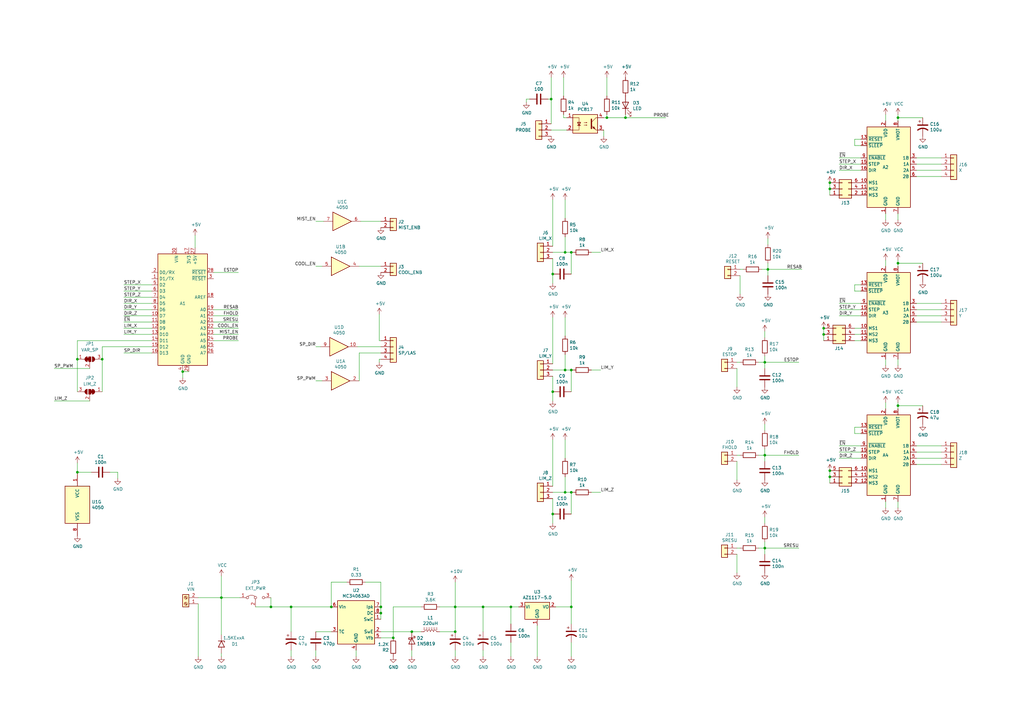
<source format=kicad_sch>
(kicad_sch (version 20211123) (generator eeschema)
  (paper "A3")
  (junction (at 231.775 151.765))
  (junction (at 337.82 134.62))
  (junction (at 226.695 112.395))
  (junction (at 340.36 74.93))
  (junction (at 234.315 103.505))
  (junction (at 156.21 248.92))
  (junction (at 161.29 261.62))
  (junction (at 234.315 248.92))
  (junction (at 186.69 259.08))
  (junction (at 248.92 48.26))
  (junction (at 313.69 148.59))
  (junction (at 368.3 166.37))
  (junction (at 135.89 248.92))
  (junction (at 198.12 248.92))
  (junction (at 368.3 48.26))
  (junction (at 234.315 201.93))
  (junction (at 226.695 160.655))
  (junction (at 168.91 259.08))
  (junction (at 234.315 151.765))
  (junction (at 156.21 251.46))
  (junction (at 186.69 248.92))
  (junction (at 226.06 40.64))
  (junction (at 337.82 137.16))
  (junction (at 119.38 248.92))
  (junction (at 256.54 48.26))
  (junction (at 368.3 107.95))
  (junction (at 231.775 103.505))
  (junction (at 209.55 248.92))
  (junction (at 340.36 193.04))
  (junction (at 31.75 193.675))
  (junction (at 74.93 152.4))
  (junction (at 226.695 210.82))
  (junction (at 314.96 110.49))
  (junction (at 313.69 224.79))
  (junction (at 231.775 201.93))
  (junction (at 31.75 147.32))
  (junction (at 340.36 195.58))
  (junction (at 340.36 77.47))
  (junction (at 90.805 245.11))
  (junction (at 111.125 248.92))
  (junction (at 41.91 147.32))
  (junction (at 313.69 186.69))
  (wire (pts (xy 386.08 72.39) (xy 375.92 72.39)))
  (wire (pts (xy 135.89 238.76) (xy 135.89 248.92)))
  (wire (pts (xy 302.26 196.85) (xy 302.26 189.23)))
  (wire (pts (xy 87.63 129.54) (xy 97.79 129.54)))
  (wire (pts (xy 375.92 187.96) (xy 386.08 187.96)))
  (wire (pts (xy 363.22 165.1) (xy 363.22 167.64)))
  (wire (pts (xy 161.29 248.92) (xy 172.72 248.92)))
  (wire (pts (xy 147.32 144.78) (xy 156.21 144.78)))
  (wire (pts (xy 48.26 193.675) (xy 45.085 193.675)))
  (wire (pts (xy 226.695 112.395) (xy 226.695 106.045)))
  (wire (pts (xy 363.22 149.86) (xy 363.22 147.32)))
  (wire (pts (xy 119.38 248.92) (xy 135.89 248.92)))
  (wire (pts (xy 368.3 166.37) (xy 368.3 167.64)))
  (wire (pts (xy 156.21 251.46) (xy 156.21 248.92)))
  (wire (pts (xy 375.92 64.77) (xy 386.08 64.77)))
  (wire (pts (xy 313.69 186.69) (xy 327.66 186.69)))
  (wire (pts (xy 22.225 151.13) (xy 36.83 151.13)))
  (wire (pts (xy 80.01 101.6) (xy 80.01 96.52)))
  (wire (pts (xy 48.26 196.215) (xy 48.26 193.675)))
  (wire (pts (xy 155.575 147.32) (xy 156.21 147.32)))
  (wire (pts (xy 314.96 100.33) (xy 314.96 97.79)))
  (wire (pts (xy 363.22 46.99) (xy 363.22 49.53)))
  (wire (pts (xy 90.805 260.35) (xy 90.805 245.11)))
  (wire (pts (xy 375.92 124.46) (xy 386.08 124.46)))
  (wire (pts (xy 311.15 148.59) (xy 313.69 148.59)))
  (wire (pts (xy 350.52 119.38) (xy 353.06 119.38)))
  (wire (pts (xy 41.91 147.32) (xy 41.91 160.655)))
  (wire (pts (xy 344.17 129.54) (xy 353.06 129.54)))
  (wire (pts (xy 180.34 259.08) (xy 186.69 259.08)))
  (wire (pts (xy 368.3 106.68) (xy 368.3 107.95)))
  (wire (pts (xy 303.53 120.65) (xy 303.53 113.03)))
  (wire (pts (xy 129.54 269.24) (xy 129.54 266.7)))
  (wire (pts (xy 119.38 248.92) (xy 119.38 259.08)))
  (wire (pts (xy 231.775 97.155) (xy 231.775 103.505)))
  (wire (pts (xy 368.3 149.86) (xy 368.3 147.32)))
  (wire (pts (xy 302.26 158.75) (xy 302.26 151.13)))
  (wire (pts (xy 353.06 127) (xy 344.17 127)))
  (wire (pts (xy 248.92 39.37) (xy 248.92 31.75)))
  (wire (pts (xy 168.91 269.24) (xy 168.91 266.7)))
  (wire (pts (xy 161.29 261.62) (xy 161.29 248.92)))
  (wire (pts (xy 74.93 154.94) (xy 74.93 152.4)))
  (wire (pts (xy 312.42 110.49) (xy 314.96 110.49)))
  (wire (pts (xy 350.52 137.16) (xy 353.06 137.16)))
  (wire (pts (xy 198.12 248.92) (xy 198.12 259.08)))
  (wire (pts (xy 340.36 198.12) (xy 340.36 195.58)))
  (wire (pts (xy 340.36 195.58) (xy 340.36 193.04)))
  (wire (pts (xy 386.08 67.31) (xy 375.92 67.31)))
  (wire (pts (xy 198.12 269.24) (xy 198.12 266.7)))
  (wire (pts (xy 226.695 210.82) (xy 226.695 204.47)))
  (wire (pts (xy 50.8 119.38) (xy 62.23 119.38)))
  (wire (pts (xy 248.92 46.99) (xy 248.92 48.26)))
  (wire (pts (xy 31.75 189.865) (xy 31.75 193.675)))
  (wire (pts (xy 209.55 248.92) (xy 212.725 248.92)))
  (wire (pts (xy 303.53 110.49) (xy 304.8 110.49)))
  (wire (pts (xy 313.69 176.53) (xy 313.69 173.99)))
  (wire (pts (xy 313.69 148.59) (xy 313.69 146.05)))
  (wire (pts (xy 302.26 148.59) (xy 303.53 148.59)))
  (wire (pts (xy 368.3 46.99) (xy 368.3 48.26)))
  (wire (pts (xy 119.38 269.24) (xy 119.38 266.7)))
  (wire (pts (xy 186.69 248.92) (xy 198.12 248.92)))
  (wire (pts (xy 313.69 189.23) (xy 313.69 186.69)))
  (wire (pts (xy 344.17 182.88) (xy 353.06 182.88)))
  (wire (pts (xy 156.21 261.62) (xy 161.29 261.62)))
  (wire (pts (xy 231.775 201.93) (xy 234.315 201.93)))
  (wire (pts (xy 337.82 137.16) (xy 337.82 134.62)))
  (wire (pts (xy 186.69 269.24) (xy 186.69 266.7)))
  (wire (pts (xy 186.69 248.92) (xy 186.69 259.08)))
  (wire (pts (xy 247.65 55.88) (xy 247.65 53.34)))
  (wire (pts (xy 31.75 147.32) (xy 31.75 160.655)))
  (wire (pts (xy 41.91 147.32) (xy 41.91 142.24)))
  (wire (pts (xy 50.8 127) (xy 62.23 127)))
  (wire (pts (xy 147.32 109.22) (xy 156.21 109.22)))
  (wire (pts (xy 368.3 107.95) (xy 368.3 109.22)))
  (wire (pts (xy 247.65 48.26) (xy 248.92 48.26)))
  (wire (pts (xy 156.21 139.7) (xy 155.575 139.7)))
  (wire (pts (xy 90.805 245.11) (xy 81.28 245.11)))
  (wire (pts (xy 234.315 269.24) (xy 234.315 263.525)))
  (wire (pts (xy 226.695 201.93) (xy 231.775 201.93)))
  (wire (pts (xy 129.54 156.21) (xy 132.08 156.21)))
  (wire (pts (xy 129.54 109.22) (xy 132.08 109.22)))
  (wire (pts (xy 155.575 128.905) (xy 155.575 139.7)))
  (wire (pts (xy 87.63 139.7) (xy 97.79 139.7)))
  (wire (pts (xy 62.23 139.7) (xy 31.75 139.7)))
  (wire (pts (xy 81.28 247.65) (xy 81.28 269.24)))
  (wire (pts (xy 313.69 138.43) (xy 313.69 135.89)))
  (wire (pts (xy 313.69 224.79) (xy 327.66 224.79)))
  (wire (pts (xy 90.805 269.24) (xy 90.805 267.97)))
  (wire (pts (xy 87.63 134.62) (xy 97.79 134.62)))
  (wire (pts (xy 37.465 193.675) (xy 31.75 193.675)))
  (wire (pts (xy 246.38 201.93) (xy 242.57 201.93)))
  (wire (pts (xy 234.315 210.82) (xy 234.315 201.93)))
  (wire (pts (xy 226.06 53.34) (xy 232.41 53.34)))
  (wire (pts (xy 302.26 234.95) (xy 302.26 227.33)))
  (wire (pts (xy 226.695 151.765) (xy 231.775 151.765)))
  (wire (pts (xy 129.54 90.805) (xy 132.715 90.805)))
  (wire (pts (xy 314.96 110.49) (xy 314.96 107.95)))
  (wire (pts (xy 386.08 127) (xy 375.92 127)))
  (wire (pts (xy 256.54 46.99) (xy 256.54 48.26)))
  (wire (pts (xy 350.52 175.26) (xy 350.52 177.8)))
  (wire (pts (xy 353.06 116.84) (xy 350.52 116.84)))
  (wire (pts (xy 41.91 142.24) (xy 62.23 142.24)))
  (wire (pts (xy 90.805 245.11) (xy 98.425 245.11)))
  (wire (pts (xy 350.52 134.62) (xy 353.06 134.62)))
  (wire (pts (xy 87.63 132.08) (xy 97.79 132.08)))
  (wire (pts (xy 231.775 145.415) (xy 231.775 151.765)))
  (wire (pts (xy 311.15 186.69) (xy 313.69 186.69)))
  (wire (pts (xy 226.695 214.63) (xy 226.695 210.82)))
  (wire (pts (xy 234.95 103.505) (xy 234.315 103.505)))
  (wire (pts (xy 226.06 31.75) (xy 226.06 40.64)))
  (wire (pts (xy 87.63 111.76) (xy 97.79 111.76)))
  (wire (pts (xy 231.775 195.58) (xy 231.775 201.93)))
  (wire (pts (xy 111.125 245.11) (xy 111.125 248.92)))
  (wire (pts (xy 344.17 64.77) (xy 353.06 64.77)))
  (wire (pts (xy 386.08 132.08) (xy 375.92 132.08)))
  (wire (pts (xy 172.72 259.08) (xy 168.91 259.08)))
  (wire (pts (xy 50.8 132.08) (xy 62.23 132.08)))
  (wire (pts (xy 246.38 103.505) (xy 242.57 103.505)))
  (wire (pts (xy 220.345 269.24) (xy 220.345 256.54)))
  (wire (pts (xy 215.9 40.64) (xy 217.17 40.64)))
  (wire (pts (xy 234.315 112.395) (xy 234.315 103.505)))
  (wire (pts (xy 234.315 103.505) (xy 231.775 103.505)))
  (wire (pts (xy 50.8 116.84) (xy 62.23 116.84)))
  (wire (pts (xy 353.06 57.15) (xy 350.52 57.15)))
  (wire (pts (xy 368.3 90.17) (xy 368.3 87.63)))
  (wire (pts (xy 147.955 90.805) (xy 156.21 90.805)))
  (wire (pts (xy 231.775 103.505) (xy 226.695 103.505)))
  (wire (pts (xy 50.8 121.92) (xy 62.23 121.92)))
  (wire (pts (xy 156.21 238.76) (xy 156.21 248.92)))
  (wire (pts (xy 375.92 182.88) (xy 386.08 182.88)))
  (wire (pts (xy 209.55 255.905) (xy 209.55 248.92)))
  (wire (pts (xy 350.52 116.84) (xy 350.52 119.38)))
  (wire (pts (xy 156.21 254) (xy 156.21 251.46)))
  (wire (pts (xy 146.685 142.24) (xy 156.21 142.24)))
  (wire (pts (xy 386.08 185.42) (xy 375.92 185.42)))
  (wire (pts (xy 248.92 48.26) (xy 256.54 48.26)))
  (wire (pts (xy 224.79 40.64) (xy 226.06 40.64)))
  (wire (pts (xy 302.26 186.69) (xy 303.53 186.69)))
  (wire (pts (xy 246.38 151.765) (xy 242.57 151.765)))
  (wire (pts (xy 350.52 139.7) (xy 353.06 139.7)))
  (wire (pts (xy 155.575 148.59) (xy 155.575 147.32)))
  (wire (pts (xy 340.36 77.47) (xy 340.36 74.93)))
  (wire (pts (xy 313.69 148.59) (xy 327.66 148.59)))
  (wire (pts (xy 231.775 151.765) (xy 234.315 151.765)))
  (wire (pts (xy 350.52 57.15) (xy 350.52 59.69)))
  (wire (pts (xy 378.46 48.26) (xy 368.3 48.26)))
  (wire (pts (xy 186.69 248.92) (xy 186.69 238.76)))
  (wire (pts (xy 31.75 139.7) (xy 31.75 147.32)))
  (wire (pts (xy 87.63 137.16) (xy 97.79 137.16)))
  (wire (pts (xy 353.06 185.42) (xy 344.17 185.42)))
  (wire (pts (xy 209.55 269.24) (xy 209.55 263.525)))
  (wire (pts (xy 313.69 224.79) (xy 313.69 222.25)))
  (wire (pts (xy 378.46 166.37) (xy 368.3 166.37)))
  (wire (pts (xy 156.21 238.76) (xy 149.86 238.76)))
  (wire (pts (xy 104.775 248.92) (xy 111.125 248.92)))
  (wire (pts (xy 62.23 134.62) (xy 50.8 134.62)))
  (wire (pts (xy 313.69 151.13) (xy 313.69 148.59)))
  (wire (pts (xy 180.34 248.92) (xy 186.69 248.92)))
  (wire (pts (xy 368.3 165.1) (xy 368.3 166.37)))
  (wire (pts (xy 344.17 124.46) (xy 353.06 124.46)))
  (wire (pts (xy 111.125 248.92) (xy 119.38 248.92)))
  (wire (pts (xy 146.05 269.24) (xy 146.05 266.7)))
  (wire (pts (xy 378.46 107.95) (xy 368.3 107.95)))
  (wire (pts (xy 226.06 50.8) (xy 226.06 40.64)))
  (wire (pts (xy 156.21 259.08) (xy 168.91 259.08)))
  (wire (pts (xy 62.23 129.54) (xy 50.8 129.54)))
  (wire (pts (xy 350.52 59.69) (xy 353.06 59.69)))
  (wire (pts (xy 50.8 137.16) (xy 62.23 137.16)))
  (wire (pts (xy 226.695 116.205) (xy 226.695 112.395)))
  (wire (pts (xy 313.69 227.33) (xy 313.69 224.79)))
  (wire (pts (xy 344.17 187.96) (xy 353.06 187.96)))
  (wire (pts (xy 368.3 48.26) (xy 368.3 49.53)))
  (wire (pts (xy 22.225 164.465) (xy 36.83 164.465)))
  (wire (pts (xy 314.96 113.03) (xy 314.96 110.49)))
  (wire (pts (xy 231.775 137.795) (xy 231.775 130.175)))
  (wire (pts (xy 31.75 193.675) (xy 31.75 194.31)))
  (wire (pts (xy 337.82 139.7) (xy 337.82 137.16)))
  (wire (pts (xy 226.695 164.465) (xy 226.695 160.655)))
  (wire (pts (xy 142.24 238.76) (xy 135.89 238.76)))
  (wire (pts (xy 375.92 129.54) (xy 386.08 129.54)))
  (wire (pts (xy 231.775 187.96) (xy 231.775 180.34)))
  (wire (pts (xy 62.23 144.78) (xy 50.8 144.78)))
  (wire (pts (xy 62.23 124.46) (xy 50.8 124.46)))
  (wire (pts (xy 386.08 190.5) (xy 375.92 190.5)))
  (wire (pts (xy 129.54 259.08) (xy 135.89 259.08)))
  (wire (pts (xy 256.54 48.26) (xy 273.05 48.26)))
  (wire (pts (xy 353.06 175.26) (xy 350.52 175.26)))
  (wire (pts (xy 234.315 160.655) (xy 234.315 151.765)))
  (wire (pts (xy 313.69 186.69) (xy 313.69 184.15)))
  (wire (pts (xy 363.22 208.28) (xy 363.22 205.74)))
  (wire (pts (xy 368.3 208.28) (xy 368.3 205.74)))
  (wire (pts (xy 231.775 89.535) (xy 231.775 81.915)))
  (wire (pts (xy 87.63 127) (xy 97.79 127)))
  (wire (pts (xy 313.69 214.63) (xy 313.69 212.09)))
  (wire (pts (xy 350.52 177.8) (xy 353.06 177.8)))
  (wire (pts (xy 363.22 90.17) (xy 363.22 87.63)))
  (wire (pts (xy 311.15 224.79) (xy 313.69 224.79)))
  (wire (pts (xy 231.14 48.26) (xy 231.14 46.99)))
  (wire (pts (xy 363.22 106.68) (xy 363.22 109.22)))
  (wire (pts (xy 147.32 144.78) (xy 147.32 156.21)))
  (wire (pts (xy 234.315 248.92) (xy 227.965 248.92)))
  (wire (pts (xy 90.805 236.22) (xy 90.805 245.11)))
  (wire (pts (xy 226.695 180.34) (xy 226.695 199.39)))
  (wire (pts (xy 353.06 67.31) (xy 344.17 67.31)))
  (wire (pts (xy 226.695 130.175) (xy 226.695 149.225)))
  (wire (pts (xy 226.695 160.655) (xy 226.695 154.305)))
  (wire (pts (xy 232.41 48.26) (xy 231.14 48.26)))
  (wire (pts (xy 198.12 248.92) (xy 209.55 248.92)))
  (wire (pts (xy 215.9 41.91) (xy 215.9 40.64)))
  (wire (pts (xy 77.47 152.4) (xy 74.93 152.4)))
  (wire (pts (xy 231.14 39.37) (xy 231.14 31.75)))
  (wire (pts (xy 302.26 224.79) (xy 303.53 224.79)))
  (wire (pts (xy 234.315 255.905) (xy 234.315 248.92)))
  (wire (pts (xy 234.315 201.93) (xy 234.95 201.93)))
  (wire (pts (xy 234.315 238.125) (xy 234.315 248.92)))
  (wire (pts (xy 226.695 81.915) (xy 226.695 100.965)))
  (wire (pts (xy 340.36 80.01) (xy 340.36 77.47)))
  (wire (pts (xy 375.92 69.85) (xy 386.08 69.85)))
  (wire (pts (xy 314.96 110.49) (xy 328.93 110.49)))
  (wire (pts (xy 234.315 151.765) (xy 234.95 151.765)))
  (wire (pts (xy 129.54 142.24) (xy 131.445 142.24)))
  (wire (pts (xy 344.17 69.85) (xy 353.06 69.85)))
  (label "LIM_Y" (at 50.8 137.16 0))
  (label "STEP_Z" (at 344.17 185.42 0))
  (label "FHOLD" (at 327.66 186.69 180))
  (label "SP_DIR" (at 50.8 144.78 0))
  (label "RESAB" (at 97.79 127 180))
  (label "RESAB" (at 328.93 110.49 180))
  (label "DIR_X" (at 50.8 124.46 0))
  (label "FHOLD" (at 97.79 129.54 180))
  (label "DIR_Z" (at 344.17 187.96 0))
  (label "STEP_Y" (at 50.8 119.38 0))
  (label "LIM_Z" (at 246.38 201.93 0))
  (label "PROBE" (at 97.79 139.7 180))
  (label "LIM_X" (at 50.8 134.62 0))
  (label "DIR_X" (at 344.17 69.85 0))
  (label "DIR_Y" (at 344.17 129.54 0))
  (label "SRESU" (at 327.66 224.79 180))
  (label "DIR_Y" (at 50.8 127 0))
  (label "STEP_Y" (at 344.17 127 0))
  (label "~{EN}" (at 344.17 124.46 0))
  (label "ESTOP" (at 327.66 148.59 180))
  (label "~{EN}" (at 50.8 132.08 0))
  (label "LIM_Z" (at 22.225 164.465 0))
  (label "STEP_X" (at 50.8 116.84 0))
  (label "LIM_Y" (at 246.38 151.765 0))
  (label "~{EN}" (at 344.17 64.77 0))
  (label "SRESU" (at 97.79 132.08 180))
  (label "DIR_Z" (at 50.8 129.54 0))
  (label "SP_DIR" (at 129.54 142.24 180))
  (label "STEP_X" (at 344.17 67.31 0))
  (label "COOL_EN" (at 129.54 109.22 180))
  (label "MIST_EN" (at 129.54 90.805 180))
  (label "MIST_EN" (at 97.79 137.16 180))
  (label "LIM_X" (at 246.38 103.505 0))
  (label "~{EN}" (at 344.17 182.88 0))
  (label "SP_PWM" (at 22.225 151.13 0))
  (label "COOL_EN" (at 97.79 134.62 180))
  (label "ESTOP" (at 97.79 111.76 180))
  (label "SP_PWM" (at 129.54 156.21 180))
  (label "STEP_Z" (at 50.8 121.92 0))
  (label "PROBE" (at 267.97 48.26 0))
  (symbol (lib_id "Driver_Motor:Pololu_Breakout_A4988") (at 363.22 127 0) (unit 1)
    (property "Reference" "A3" (at 363.22 128.27 0))
    (property "Value" "Pololu_Breakout_A4988" (effects hide))
    (property "Footprint" "Module:Pololu_Breakout-16_15.2x20.3mm" (effects hide))
    (property "Datasheet" "https://www.pololu.com/product/2980/pictures" (effects hide))
  )
  (symbol (lib_id "Connector_Generic:Conn_01x04") (at 391.16 127 0) (unit 1)
    (property "Reference" "J17" (at 393.192 127.2032 0) (effects (justify left)))
    (property "Value" "Y" (at 393.192 129.5146 0) (effects (justify left)))
    (property "Footprint" "Connector_PinSocket_2.54mm:PinSocket_1x04_P2.54mm_Vertical" (effects hide))
  )
  (symbol (lib_id "power:GND") (at 363.22 149.86 0) (unit 1)
    (property "Reference" "#PWR059" (effects hide))
    (property "Value" "GND" (at 363.347 154.2542 0))
  )
  (symbol (lib_id "power:GND") (at 368.3 149.86 0) (unit 1)
    (property "Reference" "#PWR065" (effects hide))
    (property "Value" "GND" (at 368.427 154.2542 0))
  )
  (symbol (lib_id "power:+5V") (at 363.22 106.68 0) (unit 1)
    (property "Reference" "#PWR058" (effects hide))
    (property "Value" "+5V" (at 363.601 102.2858 0))
  )
  (symbol (lib_id "power:VCC") (at 368.3 106.68 0) (unit 1)
    (property "Reference" "#PWR064" (effects hide))
    (property "Value" "VCC" (at 368.681 102.2858 0))
  )
  (symbol (lib_id "power:GND") (at 378.46 115.57 0) (unit 1)
    (property "Reference" "#PWR069" (effects hide))
    (property "Value" "GND" (at 378.587 119.9642 0))
  )
  (symbol (lib_id "Connector_Generic:Conn_02x03_Odd_Even") (at 342.9 137.16 0) (mirror x) (unit 1)
    (property "Reference" "J14" (at 344.17 142.875 0))
    (property "Value" "Conn_02x03_Odd_Even" (effects hide))
    (property "Footprint" "Connector_PinHeader_2.54mm:PinHeader_2x03_P2.54mm_Vertical" (effects hide))
  )
  (symbol (lib_id "power:+5V") (at 337.82 134.62 0) (unit 1)
    (property "Reference" "#PWR054" (effects hide))
    (property "Value" "+5V" (at 338.201 130.2258 0))
  )
  (symbol (lib_id "Regulator_Switching:MC34063AD") (at 146.05 254 0) (unit 1)
    (property "Reference" "U2" (at 146.05 242.1382 0))
    (property "Value" "MC34063AD" (at 146.05 244.4496 0))
    (property "Footprint" "Package_SO:SO-8_3.9x4.9mm_P1.27mm" (effects hide))
    (property "Datasheet" "http://www.onsemi.com/pub_link/Collateral/MC34063A-D.PDF" (effects hide))
  )
  (symbol (lib_id "Device:R") (at 161.29 265.43 180) (unit 1)
    (property "Reference" "R2" (at 159.512 266.5984 0) (effects (justify left)))
    (property "Value" "1.2K" (at 159.512 264.287 0) (effects (justify left)))
    (property "Footprint" "Resistor_SMD:R_0603_1608Metric" (effects hide))
  )
  (symbol (lib_id "Device:L_Core_Ferrite") (at 176.53 259.08 90) (unit 1)
    (property "Reference" "L1" (at 176.53 253.365 90))
    (property "Value" "220uH" (at 176.53 255.6764 90))
    (property "Footprint" "Inductor_SMD:L_Bourns-SRN6028" (effects hide))
  )
  (symbol (lib_id "Driver_Motor:Pololu_Breakout_A4988") (at 363.22 185.42 0) (unit 1)
    (property "Reference" "A4" (at 363.22 186.69 0))
    (property "Value" "Pololu_Breakout_A4988" (effects hide))
    (property "Footprint" "Module:Pololu_Breakout-16_15.2x20.3mm" (effects hide))
    (property "Datasheet" "https://www.pololu.com/product/2980/pictures" (effects hide))
  )
  (symbol (lib_id "Connector_Generic:Conn_01x04") (at 391.16 185.42 0) (unit 1)
    (property "Reference" "J18" (at 393.192 185.6232 0) (effects (justify left)))
    (property "Value" "Z" (at 393.192 187.9346 0) (effects (justify left)))
    (property "Footprint" "Connector_PinSocket_2.54mm:PinSocket_1x04_P2.54mm_Vertical" (effects hide))
  )
  (symbol (lib_id "power:GND") (at 363.22 208.28 0) (unit 1)
    (property "Reference" "#PWR061" (effects hide))
    (property "Value" "GND" (at 363.347 212.6742 0))
  )
  (symbol (lib_id "power:GND") (at 368.3 208.28 0) (unit 1)
    (property "Reference" "#PWR067" (effects hide))
    (property "Value" "GND" (at 368.427 212.6742 0))
  )
  (symbol (lib_id "power:+5V") (at 363.22 165.1 0) (unit 1)
    (property "Reference" "#PWR060" (effects hide))
    (property "Value" "+5V" (at 363.601 160.7058 0))
  )
  (symbol (lib_id "power:VCC") (at 368.3 165.1 0) (unit 1)
    (property "Reference" "#PWR066" (effects hide))
    (property "Value" "VCC" (at 368.681 160.7058 0))
  )
  (symbol (lib_id "power:GND") (at 378.46 173.99 0) (unit 1)
    (property "Reference" "#PWR070" (effects hide))
    (property "Value" "GND" (at 378.587 178.3842 0))
  )
  (symbol (lib_id "Connector_Generic:Conn_02x03_Odd_Even") (at 345.44 195.58 0) (mirror x) (unit 1)
    (property "Reference" "J15" (at 346.71 201.295 0))
    (property "Value" "Conn_02x03_Odd_Even" (effects hide))
    (property "Footprint" "Connector_PinHeader_2.54mm:PinHeader_2x03_P2.54mm_Vertical" (effects hide))
  )
  (symbol (lib_id "power:+5V") (at 340.36 193.04 0) (unit 1)
    (property "Reference" "#PWR055" (effects hide))
    (property "Value" "+5V" (at 340.741 188.6458 0))
  )
  (symbol (lib_id "Driver_Motor:Pololu_Breakout_A4988") (at 363.22 67.31 0) (unit 1)
    (property "Reference" "A2" (at 363.22 68.58 0))
    (property "Value" "Pololu_Breakout_A4988" (effects hide))
    (property "Footprint" "Module:Pololu_Breakout-16_15.2x20.3mm" (effects hide))
    (property "Datasheet" "https://www.pololu.com/product/2980/pictures" (effects hide))
  )
  (symbol (lib_id "Connector_Generic:Conn_01x04") (at 391.16 67.31 0) (unit 1)
    (property "Reference" "J16" (at 393.192 67.5132 0) (effects (justify left)))
    (property "Value" "X" (at 393.192 69.8246 0) (effects (justify left)))
    (property "Footprint" "Connector_PinSocket_2.54mm:PinSocket_1x04_P2.54mm_Vertical" (effects hide))
  )
  (symbol (lib_id "power:GND") (at 363.22 90.17 0) (unit 1)
    (property "Reference" "#PWR057" (effects hide))
    (property "Value" "GND" (at 363.347 94.5642 0))
  )
  (symbol (lib_id "power:GND") (at 368.3 90.17 0) (unit 1)
    (property "Reference" "#PWR063" (effects hide))
    (property "Value" "GND" (at 368.427 94.5642 0))
  )
  (symbol (lib_id "power:+5V") (at 363.22 46.99 0) (unit 1)
    (property "Reference" "#PWR056" (effects hide))
    (property "Value" "+5V" (at 363.601 42.5958 0))
  )
  (symbol (lib_id "power:VCC") (at 368.3 46.99 0) (unit 1)
    (property "Reference" "#PWR062" (effects hide))
    (property "Value" "VCC" (at 368.681 42.5958 0))
  )
  (symbol (lib_id "Device:CP1") (at 378.46 52.07 0) (unit 1)
    (property "Reference" "C16" (at 381.381 50.9016 0) (effects (justify left)))
    (property "Value" "100u" (at 381.381 53.213 0) (effects (justify left)))
    (property "Footprint" "Capacitor_SMD:CP_Elec_6.3x7.7" (effects hide))
  )
  (symbol (lib_id "power:GND") (at 378.46 55.88 0) (unit 1)
    (property "Reference" "#PWR068" (effects hide))
    (property "Value" "GND" (at 378.587 60.2742 0))
  )
  (symbol (lib_id "Connector_Generic:Conn_02x03_Odd_Even") (at 345.44 77.47 0) (mirror x) (unit 1)
    (property "Reference" "J13" (at 346.71 83.185 0))
    (property "Value" "Conn_02x03_Odd_Even" (effects hide))
    (property "Footprint" "Connector_PinHeader_2.54mm:PinHeader_2x03_P2.54mm_Vertical" (effects hide))
  )
  (symbol (lib_id "power:+5V") (at 340.36 74.93 0) (unit 1)
    (property "Reference" "#PWR053" (effects hide))
    (property "Value" "+5V" (at 340.741 70.5358 0))
  )
  (symbol (lib_id "MCU_Module:Arduino_Nano_v3.x") (at 74.93 127 0) (unit 1)
    (property "Reference" "A1" (at 74.93 124.46 0))
    (property "Value" "Arduino_Nano_v3.x" (effects hide))
    (property "Footprint" "Module:Arduino_Nano" (effects hide))
    (property "Datasheet" "http://www.mouser.com/pdfdocs/Gravitech_Arduino_Nano3_0.pdf" (effects hide))
  )
  (symbol (lib_id "Device:R") (at 176.53 248.92 270) (unit 1)
    (property "Reference" "R3" (at 176.53 243.6622 90))
    (property "Value" "3.6K" (at 176.53 245.9736 90))
    (property "Footprint" "Resistor_SMD:R_0603_1608Metric" (effects hide))
  )
  (symbol (lib_id "Device:R") (at 231.775 93.345 0) (unit 1)
    (property "Reference" "R5" (at 233.553 92.1766 0) (effects (justify left)))
    (property "Value" "10k" (at 233.553 94.488 0) (effects (justify left)))
    (property "Footprint" "Resistor_SMD:R_0603_1608Metric" (effects hide))
  )
  (symbol (lib_id "Diode:1N5819") (at 168.91 262.89 270) (unit 1)
    (property "Reference" "D2" (at 170.942 261.7216 90) (effects (justify left)))
    (property "Value" "1N5819" (at 170.942 264.033 90) (effects (justify left)))
    (property "Footprint" "Diode_SMD:D_SOD-123" (effects hide))
    (property "Datasheet" "http://www.vishay.com/docs/88525/1n5817.pdf" (effects hide))
  )
  (symbol (lib_id "Connector_Generic:Conn_01x03") (at 221.615 103.505 0) (mirror y) (unit 1)
    (property "Reference" "J6" (at 223.6978 95.4532 0))
    (property "Value" "LIM_X" (at 223.6978 97.7646 0))
    (property "Footprint" "Connector_PinHeader_2.54mm:PinHeader_1x03_P2.54mm_Vertical" (effects hide))
  )
  (symbol (lib_id "Device:R") (at 231.775 141.605 0) (unit 1)
    (property "Reference" "R6" (at 233.553 140.4366 0) (effects (justify left)))
    (property "Value" "10k" (at 233.553 142.748 0) (effects (justify left)))
    (property "Footprint" "Resistor_SMD:R_0603_1608Metric" (effects hide))
  )
  (symbol (lib_id "Connector_Generic:Conn_01x03") (at 221.615 151.765 0) (mirror y) (unit 1)
    (property "Reference" "J7" (at 223.6978 143.7132 0))
    (property "Value" "LIM_Y" (at 223.6978 146.0246 0))
    (property "Footprint" "Connector_PinHeader_2.54mm:PinHeader_1x03_P2.54mm_Vertical" (effects hide))
  )
  (symbol (lib_id "power:+5V") (at 226.695 130.175 0) (unit 1)
    (property "Reference" "#PWR028" (effects hide))
    (property "Value" "+5V" (at 227.076 125.7808 0))
  )
  (symbol (lib_id "power:GND") (at 226.695 164.465 0) (unit 1)
    (property "Reference" "#PWR029" (effects hide))
    (property "Value" "GND" (at 226.822 168.8592 0))
  )
  (symbol (lib_id "power:+5V") (at 231.775 130.175 0) (unit 1)
    (property "Reference" "#PWR034" (effects hide))
    (property "Value" "+5V" (at 232.156 125.7808 0))
  )
  (symbol (lib_id "Device:R") (at 231.775 191.77 0) (unit 1)
    (property "Reference" "R7" (at 233.553 190.6016 0) (effects (justify left)))
    (property "Value" "10k" (at 233.553 192.913 0) (effects (justify left)))
    (property "Footprint" "Resistor_SMD:R_0603_1608Metric" (effects hide))
  )
  (symbol (lib_id "Connector_Generic:Conn_01x03") (at 221.615 201.93 0) (mirror y) (unit 1)
    (property "Reference" "J8" (at 223.6978 193.8782 0))
    (property "Value" "LIM_Z" (at 223.6978 196.1896 0))
    (property "Footprint" "Connector_PinHeader_2.54mm:PinHeader_1x03_P2.54mm_Vertical" (effects hide))
  )
  (symbol (lib_id "power:+5V") (at 226.695 180.34 0) (unit 1)
    (property "Reference" "#PWR030" (effects hide))
    (property "Value" "+5V" (at 227.076 175.9458 0))
  )
  (symbol (lib_id "power:+5V") (at 231.775 180.34 0) (unit 1)
    (property "Reference" "#PWR035" (effects hide))
    (property "Value" "+5V" (at 232.156 175.9458 0))
  )
  (symbol (lib_id "power:+5V") (at 226.695 81.915 0) (unit 1)
    (property "Reference" "#PWR026" (effects hide))
    (property "Value" "+5V" (at 227.076 77.5208 0))
  )
  (symbol (lib_id "power:+5V") (at 231.775 81.915 0) (unit 1)
    (property "Reference" "#PWR033" (effects hide))
    (property "Value" "+5V" (at 232.156 77.5208 0))
  )
  (symbol (lib_id "power:GND") (at 168.91 269.24 0) (unit 1)
    (property "Reference" "#PWR017" (effects hide))
    (property "Value" "GND" (at 169.037 273.6342 0))
  )
  (symbol (lib_id "Device:CP1") (at 186.69 262.89 0) (unit 1)
    (property "Reference" "C4" (at 189.611 261.7216 0) (effects (justify left)))
    (property "Value" "100u" (at 189.611 264.033 0) (effects (justify left)))
    (property "Footprint" "Capacitor_SMD:CP_Elec_6.3x4.9" (effects hide))
  )
  (symbol (lib_id "Device:R") (at 146.05 238.76 270) (unit 1)
    (property "Reference" "R1" (at 146.05 233.5022 90))
    (property "Value" "0.33" (at 146.05 235.8136 90))
    (property "Footprint" "Resistor_SMD:R_1206_3216Metric" (effects hide))
  )
  (symbol (lib_id "Device:CP1") (at 119.38 262.89 0) (unit 1)
    (property "Reference" "C2" (at 122.301 261.7216 0) (effects (justify left)))
    (property "Value" "47u" (at 122.301 264.033 0) (effects (justify left)))
    (property "Footprint" "Capacitor_SMD:CP_Elec_6.3x7.7" (effects hide))
  )
  (symbol (lib_id "Device:C") (at 129.54 262.89 0) (unit 1)
    (property "Reference" "C3" (at 132.461 261.7216 0) (effects (justify left)))
    (property "Value" "470p" (at 132.461 264.033 0) (effects (justify left)))
    (property "Footprint" "Capacitor_SMD:C_0603_1608Metric" (effects hide))
  )
  (symbol (lib_id "power:GND") (at 146.05 269.24 0) (unit 1)
    (property "Reference" "#PWR011" (effects hide))
    (property "Value" "GND" (at 146.177 273.6342 0))
  )
  (symbol (lib_id "power:GND") (at 129.54 269.24 0) (unit 1)
    (property "Reference" "#PWR010" (effects hide))
    (property "Value" "GND" (at 129.667 273.6342 0))
  )
  (symbol (lib_id "power:GND") (at 119.38 269.24 0) (unit 1)
    (property "Reference" "#PWR09" (effects hide))
    (property "Value" "GND" (at 119.507 273.6342 0))
  )
  (symbol (lib_id "power:GND") (at 161.29 269.24 0) (unit 1)
    (property "Reference" "#PWR016" (effects hide))
    (property "Value" "GND" (at 161.417 273.6342 0))
  )
  (symbol (lib_id "power:GND") (at 186.69 269.24 0) (unit 1)
    (property "Reference" "#PWR019" (effects hide))
    (property "Value" "GND" (at 186.817 273.6342 0))
  )
  (symbol (lib_id "Connector:Screw_Terminal_01x02") (at 76.2 247.65 180) (unit 1)
    (property "Reference" "J1" (at 78.2828 239.395 0))
    (property "Value" "VIN" (at 78.2828 241.7064 0))
    (property "Footprint" "TerminalBlock:TerminalBlock_bornier-2_P5.08mm" (effects hide))
  )
  (symbol (lib_id "power:GND") (at 81.28 269.24 0) (unit 1)
    (property "Reference" "#PWR06" (effects hide))
    (property "Value" "GND" (at 81.407 273.6342 0))
  )
  (symbol (lib_id "power:VCC") (at 90.805 236.22 0) (unit 1)
    (property "Reference" "#PWR07" (effects hide))
    (property "Value" "VCC" (at 91.186 231.8258 0))
  )
  (symbol (lib_id "power:GND") (at 74.93 154.94 0) (unit 1)
    (property "Reference" "#PWR04" (effects hide))
    (property "Value" "GND" (at 75.057 159.3342 0))
  )
  (symbol (lib_id "power:+5V") (at 80.01 96.52 0) (unit 1)
    (property "Reference" "#PWR05" (effects hide))
    (property "Value" "+5V" (at 80.391 92.1258 0))
  )
  (symbol (lib_id "Diode:1.5KExxA") (at 90.805 264.16 270) (unit 1)
    (property "Reference" "D1" (at 96.3168 264.16 90))
    (property "Value" "1.5KExxA" (at 95.885 261.62 90))
    (property "Footprint" "Diode_THT:D_DO-15_P10.16mm_Horizontal" (effects hide))
    (property "Datasheet" "https://www.vishay.com/docs/88301/15ke.pdf" (effects hide))
  )
  (symbol (lib_id "power:GND") (at 90.805 269.24 0) (unit 1)
    (property "Reference" "#PWR08" (effects hide))
    (property "Value" "GND" (at 90.932 273.6342 0))
  )
  (symbol (lib_id "Connector_Generic:Conn_01x02") (at 297.18 224.79 0) (mirror y) (unit 1)
    (property "Reference" "J11" (at 299.2628 219.2782 0))
    (property "Value" "SRESU" (at 299.2628 221.5896 0))
    (property "Footprint" "Connector_PinHeader_2.54mm:PinHeader_1x02_P2.54mm_Vertical" (effects hide))
  )
  (symbol (lib_id "Connector_Generic:Conn_01x02") (at 297.18 186.69 0) (mirror y) (unit 1)
    (property "Reference" "J10" (at 299.2628 181.1782 0))
    (property "Value" "FHOLD" (at 299.2628 183.4896 0))
    (property "Footprint" "Connector_PinHeader_2.54mm:PinHeader_1x02_P2.54mm_Vertical" (effects hide))
  )
  (symbol (lib_id "Connector_Generic:Conn_01x02") (at 297.18 148.59 0) (mirror y) (unit 1)
    (property "Reference" "J9" (at 299.2628 143.0782 0))
    (property "Value" "ESTOP" (at 299.2628 145.3896 0))
    (property "Footprint" "Connector_PinHeader_2.54mm:PinHeader_1x02_P2.54mm_Vertical" (effects hide))
  )
  (symbol (lib_id "Isolator:PC817") (at 240.03 50.8 0) (unit 1)
    (property "Reference" "U4" (at 240.03 42.545 0))
    (property "Value" "PC817" (at 240.03 44.8564 0))
    (property "Footprint" "Package_DIP:DIP-4_W7.62mm_SMDSocket_SmallPads" (effects hide))
    (property "Datasheet" "http://www.soselectronic.cz/a_info/resource/d/pc817.pdf" (effects hide))
  )
  (symbol (lib_id "Device:R") (at 231.14 43.18 0) (unit 1)
    (property "Reference" "R4" (at 232.918 42.0116 0) (effects (justify left)))
    (property "Value" "1k" (at 232.918 44.323 0) (effects (justify left)))
    (property "Footprint" "Resistor_SMD:R_0603_1608Metric" (effects hide))
  )
  (symbol (lib_id "Connector_Generic:Conn_01x03") (at 220.98 53.34 0) (mirror y) (unit 1)
    (property "Reference" "J5" (at 214.63 50.8 0))
    (property "Value" "PROBE" (at 214.63 53.34 0))
    (property "Footprint" "Connector_PinHeader_2.54mm:PinHeader_1x03_P2.54mm_Vertical" (effects hide))
  )
  (symbol (lib_id "power:+5V") (at 226.06 31.75 0) (unit 1)
    (property "Reference" "#PWR024" (effects hide))
    (property "Value" "+5V" (at 226.441 27.3558 0))
  )
  (symbol (lib_id "power:GND") (at 226.06 55.88 0) (unit 1)
    (property "Reference" "#PWR025" (effects hide))
    (property "Value" "GND" (at 226.187 60.2742 0))
  )
  (symbol (lib_id "power:+5V") (at 231.14 31.75 0) (unit 1)
    (property "Reference" "#PWR032" (effects hide))
    (property "Value" "+5V" (at 231.521 27.3558 0))
  )
  (symbol (lib_id "Device:LED") (at 256.54 43.18 90) (unit 1)
    (property "Reference" "D3" (at 259.5372 42.1894 90) (effects (justify right)))
    (property "Value" "LED" (at 259.5372 44.5008 90) (effects (justify right)))
    (property "Footprint" "LED_SMD:LED_0805_2012Metric" (effects hide))
  )
  (symbol (lib_id "power:GND") (at 247.65 55.88 0) (unit 1)
    (property "Reference" "#PWR038" (effects hide))
    (property "Value" "GND" (at 247.777 60.2742 0))
  )
  (symbol (lib_id "power:+5V") (at 256.54 31.75 0) (unit 1)
    (property "Reference" "#PWR040" (effects hide))
    (property "Value" "+5V" (at 256.921 27.3558 0))
  )
  (symbol (lib_id "Device:C") (at 220.98 40.64 270) (unit 1)
    (property "Reference" "C7" (at 220.98 34.2392 90))
    (property "Value" "100" (at 220.98 36.5506 90))
    (property "Footprint" "Capacitor_SMD:C_0603_1608Metric" (effects hide))
  )
  (symbol (lib_id "power:GND") (at 215.9 41.91 0) (unit 1)
    (property "Reference" "#PWR022" (effects hide))
    (property "Value" "GND" (at 216.027 46.3042 0))
  )
  (symbol (lib_id "Device:R") (at 248.92 43.18 0) (unit 1)
    (property "Reference" "R11" (at 250.698 42.0116 0) (effects (justify left)))
    (property "Value" "10k" (at 250.698 44.323 0) (effects (justify left)))
    (property "Footprint" "Resistor_SMD:R_0603_1608Metric" (effects hide))
  )
  (symbol (lib_id "Device:R") (at 256.54 35.56 0) (unit 1)
    (property "Reference" "R12" (at 258.318 34.3916 0) (effects (justify left)))
    (property "Value" "1k" (at 258.318 36.703 0) (effects (justify left)))
    (property "Footprint" "Resistor_SMD:R_0603_1608Metric" (effects hide))
  )
  (symbol (lib_id "power:+5V") (at 248.92 31.75 0) (unit 1)
    (property "Reference" "#PWR039" (effects hide))
    (property "Value" "+5V" (at 249.301 27.3558 0))
  )
  (symbol (lib_id "Device:R") (at 313.69 142.24 0) (unit 1)
    (property "Reference" "R17" (at 315.468 141.0716 0) (effects (justify left)))
    (property "Value" "10k" (at 315.468 143.383 0) (effects (justify left)))
    (property "Footprint" "Resistor_SMD:R_0603_1608Metric" (effects hide))
  )
  (symbol (lib_id "Device:C") (at 313.69 154.94 0) (unit 1)
    (property "Reference" "C12" (at 316.611 153.7716 0) (effects (justify left)))
    (property "Value" "100n" (at 316.611 156.083 0) (effects (justify left)))
    (property "Footprint" "Capacitor_SMD:C_0603_1608Metric" (effects hide))
  )
  (symbol (lib_id "Device:R") (at 307.34 148.59 270) (unit 1)
    (property "Reference" "R13" (at 307.34 143.3322 90))
    (property "Value" "1k" (at 307.34 145.6436 90))
    (property "Footprint" "Resistor_SMD:R_0603_1608Metric" (effects hide))
  )
  (symbol (lib_id "power:+5V") (at 313.69 135.89 0) (unit 1)
    (property "Reference" "#PWR045" (effects hide))
    (property "Value" "+5V" (at 314.071 131.4958 0))
  )
  (symbol (lib_id "power:GND") (at 313.69 158.75 0) (unit 1)
    (property "Reference" "#PWR046" (effects hide))
    (property "Value" "GND" (at 313.817 163.1442 0))
  )
  (symbol (lib_id "power:GND") (at 302.26 158.75 0) (unit 1)
    (property "Reference" "#PWR041" (effects hide))
    (property "Value" "GND" (at 302.387 163.1442 0))
  )
  (symbol (lib_id "Device:R") (at 313.69 180.34 0) (unit 1)
    (property "Reference" "R18" (at 315.468 179.1716 0) (effects (justify left)))
    (property "Value" "10k" (at 315.468 181.483 0) (effects (justify left)))
    (property "Footprint" "Resistor_SMD:R_0603_1608Metric" (effects hide))
  )
  (symbol (lib_id "Device:C") (at 313.69 193.04 0) (unit 1)
    (property "Reference" "C13" (at 316.611 191.8716 0) (effects (justify left)))
    (property "Value" "100n" (at 316.611 194.183 0) (effects (justify left)))
    (property "Footprint" "Capacitor_SMD:C_0603_1608Metric" (effects hide))
  )
  (symbol (lib_id "Device:R") (at 307.34 186.69 270) (unit 1)
    (property "Reference" "R14" (at 307.34 181.4322 90))
    (property "Value" "1k" (at 307.34 183.7436 90))
    (property "Footprint" "Resistor_SMD:R_0603_1608Metric" (effects hide))
  )
  (symbol (lib_id "power:+5V") (at 313.69 173.99 0) (unit 1)
    (property "Reference" "#PWR047" (effects hide))
    (property "Value" "+5V" (at 314.071 169.5958 0))
  )
  (symbol (lib_id "power:GND") (at 313.69 196.85 0) (unit 1)
    (property "Reference" "#PWR048" (effects hide))
    (property "Value" "GND" (at 313.817 201.2442 0))
  )
  (symbol (lib_id "power:GND") (at 302.26 196.85 0) (unit 1)
    (property "Reference" "#PWR042" (effects hide))
    (property "Value" "GND" (at 302.387 201.2442 0))
  )
  (symbol (lib_id "Device:R") (at 313.69 218.44 0) (unit 1)
    (property "Reference" "R19" (at 315.468 217.2716 0) (effects (justify left)))
    (property "Value" "10k" (at 315.468 219.583 0) (effects (justify left)))
    (property "Footprint" "Resistor_SMD:R_0603_1608Metric" (effects hide))
  )
  (symbol (lib_id "Device:C") (at 313.69 231.14 0) (unit 1)
    (property "Reference" "C14" (at 316.611 229.9716 0) (effects (justify left)))
    (property "Value" "100n" (at 316.611 232.283 0) (effects (justify left)))
    (property "Footprint" "Capacitor_SMD:C_0603_1608Metric" (effects hide))
  )
  (symbol (lib_id "Device:R") (at 307.34 224.79 270) (unit 1)
    (property "Reference" "R15" (at 307.34 219.5322 90))
    (property "Value" "1k" (at 307.34 221.8436 90))
    (property "Footprint" "Resistor_SMD:R_0603_1608Metric" (effects hide))
  )
  (symbol (lib_id "power:+5V") (at 313.69 212.09 0) (unit 1)
    (property "Reference" "#PWR049" (effects hide))
    (property "Value" "+5V" (at 314.071 207.6958 0))
  )
  (symbol (lib_id "power:GND") (at 313.69 234.95 0) (unit 1)
    (property "Reference" "#PWR050" (effects hide))
    (property "Value" "GND" (at 313.817 239.3442 0))
  )
  (symbol (lib_id "power:GND") (at 302.26 234.95 0) (unit 1)
    (property "Reference" "#PWR043" (effects hide))
    (property "Value" "GND" (at 302.387 239.3442 0))
  )
  (symbol (lib_id "Device:R") (at 314.96 104.14 0) (unit 1)
    (property "Reference" "R20" (at 316.738 102.9716 0) (effects (justify left)))
    (property "Value" "10k" (at 316.738 105.283 0) (effects (justify left)))
    (property "Footprint" "Resistor_SMD:R_0603_1608Metric" (effects hide))
  )
  (symbol (lib_id "Device:C") (at 314.96 116.84 0) (unit 1)
    (property "Reference" "C15" (at 317.881 115.6716 0) (effects (justify left)))
    (property "Value" "100n" (at 317.881 117.983 0) (effects (justify left)))
    (property "Footprint" "Capacitor_SMD:C_0603_1608Metric" (effects hide))
  )
  (symbol (lib_id "Device:R") (at 308.61 110.49 270) (unit 1)
    (property "Reference" "R16" (at 308.61 105.2322 90))
    (property "Value" "1k" (at 308.61 107.5436 90))
    (property "Footprint" "Resistor_SMD:R_0603_1608Metric" (effects hide))
  )
  (symbol (lib_id "power:+5V") (at 314.96 97.79 0) (unit 1)
    (property "Reference" "#PWR051" (effects hide))
    (property "Value" "+5V" (at 315.341 93.3958 0))
  )
  (symbol (lib_id "power:GND") (at 314.96 120.65 0) (unit 1)
    (property "Reference" "#PWR052" (effects hide))
    (property "Value" "GND" (at 315.087 125.0442 0))
  )
  (symbol (lib_id "power:GND") (at 303.53 120.65 0) (unit 1)
    (property "Reference" "#PWR044" (effects hide))
    (property "Value" "GND" (at 303.657 125.0442 0))
  )
  (symbol (lib_id "Connector_Generic:Conn_01x02") (at 298.45 110.49 0) (mirror y) (unit 1)
    (property "Reference" "J12" (at 300.5328 104.9782 0))
    (property "Value" "RESET" (at 300.5328 107.2896 0))
    (property "Footprint" "Connector_PinHeader_2.54mm:PinHeader_1x02_P2.54mm_Vertical" (effects hide))
  )
  (symbol (lib_id "Device:R") (at 238.76 103.505 270) (unit 1)
    (property "Reference" "R8" (at 238.76 98.2472 90))
    (property "Value" "1k" (at 238.76 100.5586 90))
    (property "Footprint" "Resistor_SMD:R_0603_1608Metric" (effects hide))
  )
  (symbol (lib_id "Device:R") (at 238.76 151.765 270) (unit 1)
    (property "Reference" "R9" (at 238.76 146.5072 90))
    (property "Value" "1k" (at 238.76 148.8186 90))
    (property "Footprint" "Resistor_SMD:R_0603_1608Metric" (effects hide))
  )
  (symbol (lib_id "Device:R") (at 238.76 201.93 270) (unit 1)
    (property "Reference" "R10" (at 238.76 196.6722 90))
    (property "Value" "1k" (at 238.76 198.9836 90))
    (property "Footprint" "Resistor_SMD:R_0603_1608Metric" (effects hide))
  )
  (symbol (lib_id "Device:C") (at 230.505 160.655 270) (unit 1)
    (property "Reference" "C9" (at 230.505 154.2542 90))
    (property "Value" "100n" (at 230.505 156.5656 90))
    (property "Footprint" "Capacitor_SMD:C_0603_1608Metric" (effects hide))
  )
  (symbol (lib_id "Device:C") (at 230.505 210.82 270) (unit 1)
    (property "Reference" "C10" (at 230.505 204.4192 90))
    (property "Value" "100n" (at 230.505 206.7306 90))
    (property "Footprint" "Capacitor_SMD:C_0603_1608Metric" (effects hide))
  )
  (symbol (lib_id "power:GND") (at 226.695 214.63 0) (unit 1)
    (property "Reference" "#PWR031" (effects hide))
    (property "Value" "GND" (at 226.822 219.0242 0))
  )
  (symbol (lib_id "Device:C") (at 230.505 112.395 270) (unit 1)
    (property "Reference" "C8" (at 230.505 105.9942 90))
    (property "Value" "100n" (at 230.505 108.3056 90))
    (property "Footprint" "Capacitor_SMD:C_0603_1608Metric" (effects hide))
  )
  (symbol (lib_id "power:GND") (at 226.695 116.205 0) (unit 1)
    (property "Reference" "#PWR027" (effects hide))
    (property "Value" "GND" (at 226.822 120.5992 0))
  )
  (symbol (lib_id "power:+5V") (at 31.75 189.865 0) (unit 1)
    (property "Reference" "#PWR01" (effects hide))
    (property "Value" "+5V" (at 32.131 185.4708 0))
  )
  (symbol (lib_id "power:+10V") (at 186.69 238.76 0) (unit 1)
    (property "Reference" "#PWR018" (effects hide))
    (property "Value" "+10V" (at 187.071 234.3658 0))
  )
  (symbol (lib_id "Regulator_Linear:AZ1117-5.0") (at 220.345 248.92 0) (unit 1)
    (property "Reference" "U3" (at 220.345 242.7732 0))
    (property "Value" "AZ1117-5.0" (at 220.345 245.0846 0))
    (property "Footprint" "Package_TO_SOT_SMD:SOT-223-3_TabPin2" (effects hide))
    (property "Datasheet" "https://www.diodes.com/assets/Datasheets/AZ1117.pdf" (effects hide))
  )
  (symbol (lib_id "power:GND") (at 220.345 269.24 0) (unit 1)
    (property "Reference" "#PWR023" (effects hide))
    (property "Value" "GND" (at 220.472 273.6342 0))
  )
  (symbol (lib_id "Device:CP1") (at 234.315 259.715 0) (unit 1)
    (property "Reference" "C11" (at 237.236 258.5466 0) (effects (justify left)))
    (property "Value" "10u" (at 237.236 260.858 0) (effects (justify left)))
    (property "Footprint" "Capacitor_Tantalum_SMD:CP_EIA-3528-21_Kemet-B" (effects hide))
  )
  (symbol (lib_id "power:GND") (at 234.315 269.24 0) (unit 1)
    (property "Reference" "#PWR037" (effects hide))
    (property "Value" "GND" (at 234.442 273.6342 0))
  )
  (symbol (lib_id "Device:C") (at 209.55 259.715 0) (unit 1)
    (property "Reference" "C6" (at 212.471 258.5466 0) (effects (justify left)))
    (property "Value" "100n" (at 212.471 260.858 0) (effects (justify left)))
    (property "Footprint" "Capacitor_SMD:C_0603_1608Metric" (effects hide))
  )
  (symbol (lib_id "power:GND") (at 209.55 269.24 0) (unit 1)
    (property "Reference" "#PWR021" (effects hide))
    (property "Value" "GND" (at 209.677 273.6342 0))
  )
  (symbol (lib_id "power:+5V") (at 234.315 238.125 0) (unit 1)
    (property "Reference" "#PWR036" (effects hide))
    (property "Value" "+5V" (at 234.696 233.7308 0))
  )
  (symbol (lib_id "4xxx:4050") (at 139.7 156.21 0) (unit 1)
    (property "Reference" "U1" (at 139.7 148.1582 0))
    (property "Value" "4050" (at 139.7 150.4696 0))
    (property "Footprint" "Package_SO:SO-16_3.9x9.9mm_P1.27mm" (effects hide))
    (property "Datasheet" "http://www.intersil.com/content/dam/intersil/documents/cd40/cd4050bms.pdf" (effects hide))
  )
  (symbol (lib_id "4xxx:4050") (at 139.7 109.22 0) (unit 2)
    (property "Reference" "U1" (at 139.7 101.1682 0))
    (property "Value" "4050" (at 139.7 103.4796 0))
    (property "Footprint" "Package_SO:SO-16_3.9x9.9mm_P1.27mm" (effects hide))
    (property "Datasheet" "http://www.intersil.com/content/dam/intersil/documents/cd40/cd4050bms.pdf" (effects hide))
  )
  (symbol (lib_id "4xxx:4050") (at 140.335 90.805 0) (unit 3)
    (property "Reference" "U1" (at 140.335 82.7532 0))
    (property "Value" "4050" (at 140.335 85.0646 0))
    (property "Footprint" "Package_SO:SO-16_3.9x9.9mm_P1.27mm" (effects hide))
    (property "Datasheet" "http://www.intersil.com/content/dam/intersil/documents/cd40/cd4050bms.pdf" (effects hide))
  )
  (symbol (lib_id "4xxx:4050") (at 31.75 207.01 0) (unit 7)
    (property "Reference" "U1" (at 37.592 205.8416 0) (effects (justify left)))
    (property "Value" "4050" (at 37.592 208.153 0) (effects (justify left)))
    (property "Footprint" "Package_SO:SO-16_3.9x9.9mm_P1.27mm" (effects hide))
    (property "Datasheet" "http://www.intersil.com/content/dam/intersil/documents/cd40/cd4050bms.pdf" (effects hide))
  )
  (symbol (lib_id "power:GND") (at 31.75 219.71 0) (unit 1)
    (property "Reference" "#PWR02" (effects hide))
    (property "Value" "GND" (at 31.877 224.1042 0))
  )
  (symbol (lib_id "Connector_Generic:Conn_01x02") (at 161.29 109.22 0) (unit 1)
    (property "Reference" "J3" (at 163.322 109.4232 0) (effects (justify left)))
    (property "Value" "COOL_ENB" (at 163.322 111.7346 0) (effects (justify left)))
    (property "Footprint" "Connector_PinHeader_2.54mm:PinHeader_1x02_P2.54mm_Vertical" (effects hide))
  )
  (symbol (lib_id "Connector_Generic:Conn_01x04") (at 161.29 142.24 0) (unit 1)
    (property "Reference" "J4" (at 163.322 142.4432 0) (effects (justify left)))
    (property "Value" "SP/LAS" (at 163.322 144.7546 0) (effects (justify left)))
    (property "Footprint" "Connector_PinHeader_2.54mm:PinHeader_1x04_P2.54mm_Vertical" (effects hide))
  )
  (symbol (lib_id "power:GND") (at 156.21 111.76 0) (unit 1)
    (property "Reference" "#PWR015" (effects hide))
    (property "Value" "GND" (at 156.337 116.1542 0))
  )
  (symbol (lib_id "power:GND") (at 155.575 148.59 0) (unit 1)
    (property "Reference" "#PWR013" (effects hide))
    (property "Value" "GND" (at 155.702 152.9842 0))
  )
  (symbol (lib_id "power:+5V") (at 155.575 128.905 0) (unit 1)
    (property "Reference" "#PWR012" (effects hide))
    (property "Value" "+5V" (at 155.956 124.5108 0))
  )
  (symbol (lib_id "power:GND") (at 156.21 93.345 0) (unit 1)
    (property "Reference" "#PWR014" (effects hide))
    (property "Value" "GND" (at 156.337 97.7392 0))
  )
  (symbol (lib_id "power:GND") (at 198.12 269.24 0) (unit 1)
    (property "Reference" "#PWR020" (effects hide))
    (property "Value" "GND" (at 198.247 273.6342 0))
  )
  (symbol (lib_id "Device:CP1") (at 378.46 170.18 0) (unit 1)
    (property "Reference" "C18" (at 381.381 169.0116 0) (effects (justify left)))
    (property "Value" "47u" (at 381.381 171.323 0) (effects (justify left)))
    (property "Footprint" "Capacitor_SMD:CP_Elec_6.3x7.7" (effects hide))
  )
  (symbol (lib_id "Jumper:SolderJumper_3_Bridged12") (at 36.83 147.32 0) (unit 1)
    (property "Reference" "JP1" (at 36.83 140.97 0))
    (property "Value" "VAR_SP" (at 36.83 143.51 0))
    (property "Footprint" "Jumper:SolderJumper-3_P1.3mm_Bridged12_RoundedPad1.0x1.5mm" (effects hide))
  )
  (symbol (lib_id "Device:C") (at 41.275 193.675 270) (unit 1)
    (property "Reference" "C1" (at 41.275 187.2742 90))
    (property "Value" "100n" (at 41.275 189.5856 90))
    (property "Footprint" "Capacitor_SMD:C_0603_1608Metric" (effects hide))
  )
  (symbol (lib_id "Device:CP1") (at 378.46 111.76 0) (unit 1)
    (property "Reference" "C17" (at 381.381 110.5916 0) (effects (justify left)))
    (property "Value" "100u" (at 381.381 112.903 0) (effects (justify left)))
    (property "Footprint" "Capacitor_SMD:CP_Elec_6.3x7.7" (effects hide))
  )
  (symbol (lib_id "Jumper:SolderJumper_3_Bridged12") (at 36.83 160.655 0) (mirror y) (unit 1)
    (property "Reference" "JP2" (at 36.83 154.94 0))
    (property "Value" "LIM_Z" (at 36.83 157.48 0))
    (property "Footprint" "Jumper:SolderJumper-3_P1.3mm_Bridged12_RoundedPad1.0x1.5mm" (effects hide))
  )
  (symbol (lib_id "Connector_Generic:Conn_01x02") (at 161.29 90.805 0) (unit 1)
    (property "Reference" "J2" (at 163.322 91.0082 0) (effects (justify left)))
    (property "Value" "MIST_ENB" (at 163.322 93.3196 0) (effects (justify left)))
    (property "Footprint" "Connector_PinHeader_2.54mm:PinHeader_1x02_P2.54mm_Vertical" (effects hide))
  )
  (symbol (lib_id "Jumper:Jumper_3_Bridged12") (at 104.775 245.11 0) (unit 1)
    (property "Reference" "JP3" (at 104.775 238.76 0))
    (property "Value" "EXT_PWR" (at 104.775 241.3 0))
    (property "Footprint" "Connector_PinSocket_2.54mm:PinSocket_1x03_P2.54mm_Vertical" (effects hide))
  )
  (symbol (lib_id "4xxx:4050") (at 139.065 142.24 0) (unit 4)
    (property "Reference" "U1" (at 139.065 134.1882 0))
    (property "Value" "4050" (at 139.065 136.4996 0))
    (property "Footprint" "Package_SO:SO-16_3.9x9.9mm_P1.27mm" (effects hide))
    (property "Datasheet" "http://www.intersil.com/content/dam/intersil/documents/cd40/cd4050bms.pdf" (effects hide))
  )
  (symbol (lib_id "power:GND") (at 48.26 196.215 0) (unit 1)
    (property "Reference" "#PWR03" (effects hide))
    (property "Value" "GND" (at 48.387 200.6092 0))
  )
  (symbol (lib_id "Device:CP1") (at 198.12 262.89 0) (unit 1)
    (property "Reference" "C5" (at 201.041 261.7216 0) (effects (justify left)))
    (property "Value" "100u" (at 201.041 264.033 0) (effects (justify left)))
    (property "Footprint" "Capacitor_SMD:CP_Elec_6.3x4.9" (effects hide))
  )
)
</source>
